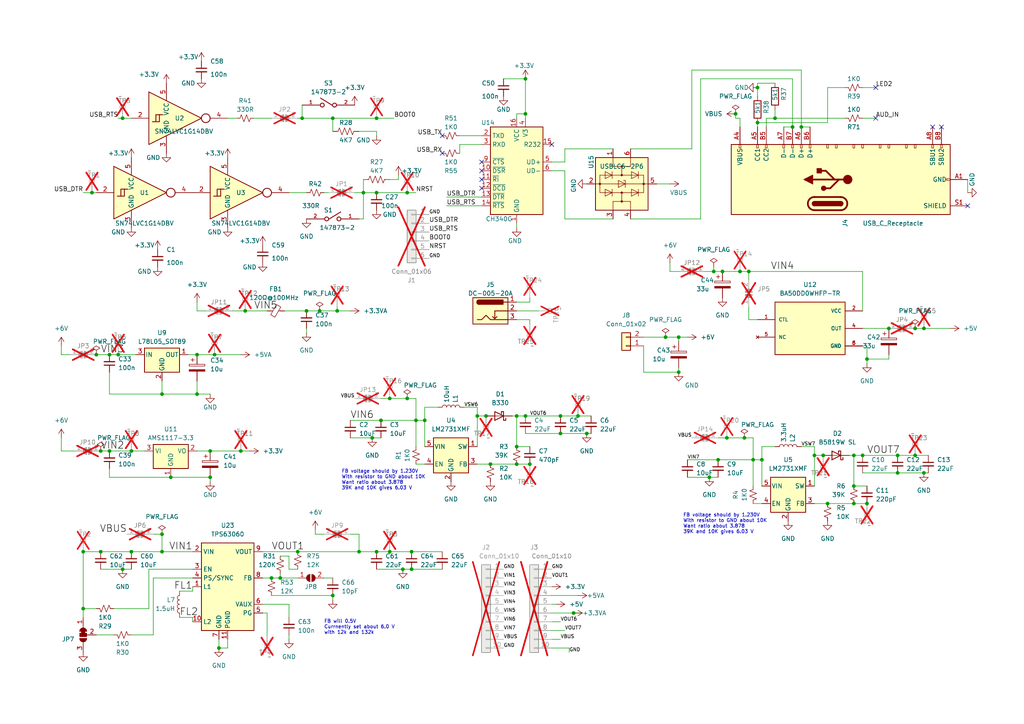
<source format=kicad_sch>
(kicad_sch (version 20230121) (generator eeschema)
  (paper "A4")
  (title_block (title "Clock") (date "2024-01-04") (rev "V9.3") (company "Cullen Jennings"))
  (junction (at 97.79 90.17))
  (junction (at 113.03 115.57))
  (junction (at 247.65 146.05))
  (junction (at 149.86 120.65))
  (junction (at 251.46 146.05))
  (junction (at 86.36 160.02))
  (junction (at 62.23 102.87))
  (junction (at 60.96 138.43))
  (junction (at 214.63 78.74))
  (junction (at 149.86 129.54))
  (junction (at 247.65 132.08))
  (junction (at 120.65 121.92))
  (junction (at 196.85 107.95))
  (junction (at 69.85 130.81))
  (junction (at 81.28 167.64))
  (junction (at 26.67 55.88))
  (junction (at 87.63 34.29))
  (junction (at 109.22 55.88))
  (junction (at 267.97 137.16))
  (junction (at 247.65 140.97))
  (junction (at 166.37 177.8))
  (junction (at 27.94 102.87))
  (junction (at 142.24 134.62))
  (junction (at 224.79 34.29))
  (junction (at 119.38 165.1))
  (junction (at 109.22 160.02))
  (junction (at 219.71 35.56))
  (junction (at 110.49 121.92))
  (junction (at 218.44 133.35))
  (junction (at 29.21 160.02))
  (junction (at 217.17 78.74))
  (junction (at 240.03 146.05))
  (junction (at 24.13 176.53))
  (junction (at 96.52 172.72))
  (junction (at 123.19 121.92))
  (junction (at 24.13 160.02))
  (junction (at 220.98 133.35))
  (junction (at 208.28 133.35))
  (junction (at 207.01 78.74))
  (junction (at 167.64 120.65))
  (junction (at 250.19 132.08))
  (junction (at 260.35 137.16))
  (junction (at 118.11 115.57))
  (junction (at 118.11 55.88))
  (junction (at 229.87 36.83))
  (junction (at 140.97 120.65))
  (junction (at 260.35 132.08))
  (junction (at 153.67 134.62))
  (junction (at 57.15 114.3))
  (junction (at 232.41 36.83))
  (junction (at 162.56 120.65))
  (junction (at 92.71 90.17))
  (junction (at 265.43 95.25))
  (junction (at 38.1 130.81))
  (junction (at 149.86 134.62))
  (junction (at 46.99 114.3))
  (junction (at 29.21 130.81))
  (junction (at 96.52 34.29))
  (junction (at 265.43 132.08))
  (junction (at 213.36 33.02))
  (junction (at 107.95 127))
  (junction (at 205.74 138.43))
  (junction (at 38.1 160.02))
  (junction (at 210.82 127))
  (junction (at 60.96 130.81))
  (junction (at 209.55 78.74))
  (junction (at 63.5 187.96))
  (junction (at 104.14 160.02))
  (junction (at 31.75 102.87))
  (junction (at 251.46 104.14))
  (junction (at 152.4 22.86))
  (junction (at 152.4 33.02))
  (junction (at 105.41 55.88))
  (junction (at 257.81 95.25))
  (junction (at 196.85 97.79))
  (junction (at 193.04 97.79))
  (junction (at 119.38 160.02))
  (junction (at 152.4 120.65))
  (junction (at 57.15 102.87))
  (junction (at 78.74 167.64))
  (junction (at 35.56 165.1))
  (junction (at 34.29 102.87))
  (junction (at 88.9 90.17))
  (junction (at 238.76 132.08))
  (junction (at 138.43 120.65))
  (junction (at 162.56 125.73))
  (junction (at 35.56 34.29))
  (junction (at 116.84 165.1))
  (junction (at 170.18 125.73))
  (junction (at 267.97 95.25))
  (junction (at 46.99 154.94))
  (junction (at 215.9 127))
  (junction (at 219.71 25.4))
  (junction (at 71.12 90.17))
  (junction (at 236.22 132.08))
  (junction (at 109.22 34.29))
  (junction (at 49.53 138.43))
  (junction (at 113.03 160.02))
  (junction (at 31.75 130.81))
  (junction (at 46.99 160.02))
  (no_connect (at 280.67 59.69))
  (no_connect (at 273.05 36.83))
  (no_connect (at 139.7 49.53))
  (no_connect (at 254 34.29))
  (no_connect (at 160.02 41.91))
  (no_connect (at 139.7 46.99))
  (no_connect (at 270.51 36.83))
  (no_connect (at 139.7 52.07))
  (no_connect (at 128.27 39.37))
  (no_connect (at 139.7 54.61))
  (no_connect (at 128.27 44.45))
  (no_connect (at 254 25.4))
  (wire (pts (xy 38.1 160.02) (xy 46.99 160.02)))
  (wire (pts (xy 196.85 106.68) (xy 196.85 107.95)))
  (wire (pts (xy 35.56 34.29) (xy 38.1 34.29)))
  (wire (pts (xy 120.65 115.57) (xy 120.65 121.92)))
  (wire (pts (xy 60.96 138.43) (xy 60.96 139.7)))
  (wire (pts (xy 186.69 107.95) (xy 196.85 107.95)))
  (wire (pts (xy 102.87 55.88) (xy 105.41 55.88)))
  (wire (pts (xy 107.95 127) (xy 110.49 127)))
  (wire (pts (xy 118.11 115.57) (xy 120.65 115.57)))
  (wire (pts (xy 162.56 125.73) (xy 170.18 125.73)))
  (wire (pts (xy 60.96 130.81) (xy 69.85 130.81)))
  (wire (pts (xy 165.1 189.23) (xy 165.1 187.96)))
  (wire (pts (xy 110.49 121.92) (xy 120.65 121.92)))
  (wire (pts (xy 66.04 34.29) (xy 68.58 34.29)))
  (wire (pts (xy 138.43 120.65) (xy 140.97 120.65)))
  (wire (pts (xy 167.64 120.65) (xy 162.56 120.65)))
  (wire (pts (xy 139.7 59.69) (xy 129.54 59.69)))
  (wire (pts (xy 280.67 55.88) (xy 280.67 52.07)))
  (wire (pts (xy 87.63 30.48) (xy 87.63 34.29)))
  (wire (pts (xy 105.41 55.88) (xy 109.22 55.88)))
  (wire (pts (xy 44.45 167.64) (xy 55.88 167.64)))
  (wire (pts (xy 76.2 177.8) (xy 77.47 177.8)))
  (wire (pts (xy 113.03 115.57) (xy 118.11 115.57)))
  (wire (pts (xy 109.22 34.29) (xy 114.3 34.29)))
  (wire (pts (xy 163.83 46.99) (xy 160.02 46.99)))
  (wire (pts (xy 77.47 177.8) (xy 77.47 184.15)))
  (wire (pts (xy 66.04 187.96) (xy 63.5 187.96)))
  (wire (pts (xy 265.43 132.08) (xy 260.35 132.08)))
  (wire (pts (xy 250.19 34.29) (xy 254 34.29)))
  (wire (pts (xy 217.17 78.74) (xy 250.19 78.74)))
  (wire (pts (xy 97.79 88.9) (xy 97.79 90.17)))
  (wire (pts (xy 149.86 120.65) (xy 149.86 129.54)))
  (wire (pts (xy 127 118.11) (xy 123.19 118.11)))
  (wire (pts (xy 57.15 102.87) (xy 62.23 102.87)))
  (wire (pts (xy 204.47 78.74) (xy 207.01 78.74)))
  (wire (pts (xy 76.2 160.02) (xy 86.36 160.02)))
  (wire (pts (xy 186.69 100.33) (xy 186.69 107.95)))
  (wire (pts (xy 24.13 176.53) (xy 24.13 179.07)))
  (wire (pts (xy 93.98 55.88) (xy 95.25 55.88)))
  (wire (pts (xy 17.78 102.87) (xy 17.78 100.33)))
  (wire (pts (xy 149.86 90.17) (xy 156.21 90.17)))
  (wire (pts (xy 26.67 55.88) (xy 27.94 55.88)))
  (wire (pts (xy 34.29 102.87) (xy 39.37 102.87)))
  (wire (pts (xy 152.4 33.02) (xy 149.86 33.02)))
  (wire (pts (xy 83.82 175.26) (xy 83.82 179.07)))
  (wire (pts (xy 86.36 160.02) (xy 104.14 160.02)))
  (wire (pts (xy 92.71 90.17) (xy 97.79 90.17)))
  (wire (pts (xy 199.39 138.43) (xy 205.74 138.43)))
  (wire (pts (xy 104.14 160.02) (xy 109.22 160.02)))
  (wire (pts (xy 88.9 95.25) (xy 88.9 96.52)))
  (wire (pts (xy 269.24 132.08) (xy 265.43 132.08)))
  (wire (pts (xy 128.27 160.02) (xy 119.38 160.02)))
  (wire (pts (xy 251.46 105.41) (xy 251.46 104.14)))
  (wire (pts (xy 138.43 118.11) (xy 138.43 120.65)))
  (wire (pts (xy 82.55 90.17) (xy 88.9 90.17)))
  (wire (pts (xy 218.44 133.35) (xy 218.44 140.97)))
  (wire (pts (xy 224.79 129.54) (xy 220.98 129.54)))
  (wire (pts (xy 133.35 39.37) (xy 139.7 39.37)))
  (wire (pts (xy 133.35 41.91) (xy 133.35 44.45)))
  (wire (pts (xy 101.6 127) (xy 107.95 127)))
  (wire (pts (xy 260.35 137.16) (xy 267.97 137.16)))
  (wire (pts (xy 213.36 33.02) (xy 213.36 34.29)))
  (wire (pts (xy 219.71 27.94) (xy 219.71 25.4)))
  (wire (pts (xy 163.83 43.18) (xy 163.83 46.99)))
  (wire (pts (xy 139.7 57.15) (xy 129.54 57.15)))
  (wire (pts (xy 44.45 154.94) (xy 46.99 154.94)))
  (wire (pts (xy 87.63 34.29) (xy 96.52 34.29)))
  (wire (pts (xy 119.38 165.1) (xy 128.27 165.1)))
  (wire (pts (xy 55.88 171.45) (xy 55.88 170.18)))
  (wire (pts (xy 91.44 153.67) (xy 91.44 154.94)))
  (wire (pts (xy 219.71 24.13) (xy 219.71 25.4)))
  (wire (pts (xy 265.43 95.25) (xy 267.97 95.25)))
  (wire (pts (xy 69.85 130.81) (xy 72.39 130.81)))
  (wire (pts (xy 236.22 129.54) (xy 236.22 132.08)))
  (wire (pts (xy 205.74 138.43) (xy 208.28 138.43)))
  (wire (pts (xy 104.14 63.5) (xy 105.41 63.5)))
  (wire (pts (xy 81.28 166.37) (xy 81.28 167.64)))
  (wire (pts (xy 203.2 63.5) (xy 203.2 22.86)))
  (wire (pts (xy 199.39 133.35) (xy 208.28 133.35)))
  (wire (pts (xy 207.01 77.47) (xy 207.01 78.74)))
  (wire (pts (xy 52.07 171.45) (xy 55.88 171.45)))
  (wire (pts (xy 200.66 43.18) (xy 200.66 20.32)))
  (wire (pts (xy 29.21 165.1) (xy 35.56 165.1)))
  (wire (pts (xy 63.5 185.42) (xy 63.5 187.96)))
  (wire (pts (xy 55.88 165.1) (xy 43.18 165.1)))
  (wire (pts (xy 113.03 52.07) (xy 115.57 52.07)))
  (wire (pts (xy 142.24 134.62) (xy 149.86 134.62)))
  (wire (pts (xy 217.17 78.74) (xy 217.17 81.28)))
  (wire (pts (xy 162.56 180.34) (xy 160.02 180.34)))
  (wire (pts (xy 165.1 187.96) (xy 160.02 187.96)))
  (wire (pts (xy 54.61 102.87) (xy 57.15 102.87)))
  (wire (pts (xy 240.03 35.56) (xy 219.71 35.56)))
  (wire (pts (xy 88.9 90.17) (xy 92.71 90.17)))
  (wire (pts (xy 171.45 120.65) (xy 167.64 120.65)))
  (wire (pts (xy 110.49 115.57) (xy 113.03 115.57)))
  (wire (pts (xy 43.18 165.1) (xy 43.18 176.53)))
  (wire (pts (xy 31.75 130.81) (xy 38.1 130.81)))
  (wire (pts (xy 170.18 125.73) (xy 171.45 125.73)))
  (wire (pts (xy 200.66 20.32) (xy 232.41 20.32)))
  (wire (pts (xy 236.22 132.08) (xy 236.22 140.97)))
  (wire (pts (xy 134.62 118.11) (xy 138.43 118.11)))
  (wire (pts (xy 96.52 34.29) (xy 109.22 34.29)))
  (wire (pts (xy 152.4 125.73) (xy 162.56 125.73)))
  (wire (pts (xy 149.86 92.71) (xy 153.67 92.71)))
  (wire (pts (xy 66.04 185.42) (xy 66.04 187.96)))
  (wire (pts (xy 232.41 129.54) (xy 236.22 129.54)))
  (wire (pts (xy 214.63 34.29) (xy 214.63 36.83)))
  (wire (pts (xy 44.45 184.15) (xy 44.45 167.64)))
  (wire (pts (xy 257.81 104.14) (xy 257.81 102.87)))
  (wire (pts (xy 73.66 34.29) (xy 78.74 34.29)))
  (wire (pts (xy 101.6 121.92) (xy 110.49 121.92)))
  (wire (pts (xy 24.13 160.02) (xy 29.21 160.02)))
  (wire (pts (xy 91.44 154.94) (xy 93.98 154.94)))
  (wire (pts (xy 31.75 114.3) (xy 46.99 114.3)))
  (wire (pts (xy 123.19 118.11) (xy 123.19 121.92)))
  (wire (pts (xy 97.79 90.17) (xy 101.6 90.17)))
  (wire (pts (xy 71.12 90.17) (xy 77.47 90.17)))
  (wire (pts (xy 250.19 132.08) (xy 260.35 132.08)))
  (wire (pts (xy 193.04 97.79) (xy 196.85 97.79)))
  (wire (pts (xy 247.65 140.97) (xy 251.46 140.97)))
  (wire (pts (xy 81.28 167.64) (xy 86.36 167.64)))
  (wire (pts (xy 101.6 154.94) (xy 104.14 154.94)))
  (wire (pts (xy 17.78 130.81) (xy 21.59 130.81)))
  (wire (pts (xy 38.1 130.81) (xy 41.91 130.81)))
  (wire (pts (xy 43.18 176.53) (xy 33.02 176.53)))
  (wire (pts (xy 34.29 34.29) (xy 35.56 34.29)))
  (wire (pts (xy 152.4 22.86) (xy 152.4 33.02)))
  (wire (pts (xy 196.85 97.79) (xy 196.85 99.06)))
  (wire (pts (xy 116.84 165.1) (xy 119.38 165.1)))
  (wire (pts (xy 222.25 34.29) (xy 222.25 36.83)))
  (wire (pts (xy 55.88 179.07) (xy 55.88 180.34)))
  (wire (pts (xy 182.88 43.18) (xy 200.66 43.18)))
  (wire (pts (xy 232.41 20.32) (xy 232.41 36.83)))
  (wire (pts (xy 38.1 184.15) (xy 44.45 184.15)))
  (wire (pts (xy 190.5 53.34) (xy 194.31 53.34)))
  (wire (pts (xy 105.41 63.5) (xy 105.41 55.88)))
  (wire (pts (xy 115.57 52.07) (xy 115.57 50.8)))
  (wire (pts (xy 267.97 137.16) (xy 269.24 137.16)))
  (wire (pts (xy 160.02 172.72) (xy 167.64 172.72)))
  (wire (pts (xy 214.63 78.74) (xy 217.17 78.74)))
  (wire (pts (xy 81.28 167.64) (xy 78.74 167.64)))
  (wire (pts (xy 251.46 100.33) (xy 251.46 104.14)))
  (wire (pts (xy 57.15 130.81) (xy 60.96 130.81)))
  (wire (pts (xy 208.28 127) (xy 210.82 127)))
  (wire (pts (xy 27.94 102.87) (xy 31.75 102.87)))
  (wire (pts (xy 46.99 110.49) (xy 46.99 114.3)))
  (wire (pts (xy 67.31 90.17) (xy 71.12 90.17)))
  (wire (pts (xy 31.75 102.87) (xy 34.29 102.87)))
  (wire (pts (xy 182.88 63.5) (xy 203.2 63.5)))
  (wire (pts (xy 76.2 167.64) (xy 78.74 167.64)))
  (wire (pts (xy 149.86 129.54) (xy 153.67 129.54)))
  (wire (pts (xy 57.15 90.17) (xy 59.69 90.17)))
  (wire (pts (xy 219.71 35.56) (xy 219.71 36.83)))
  (wire (pts (xy 203.2 22.86) (xy 229.87 22.86)))
  (wire (pts (xy 229.87 22.86) (xy 229.87 36.83)))
  (wire (pts (xy 168.91 177.8) (xy 166.37 177.8)))
  (wire (pts (xy 218.44 133.35) (xy 220.98 133.35)))
  (wire (pts (xy 149.86 120.65) (xy 152.4 120.65)))
  (wire (pts (xy 62.23 102.87) (xy 69.85 102.87)))
  (wire (pts (xy 247.65 132.08) (xy 250.19 132.08)))
  (wire (pts (xy 24.13 176.53) (xy 24.13 160.02)))
  (wire (pts (xy 217.17 88.9) (xy 217.17 92.71)))
  (wire (pts (xy 148.59 120.65) (xy 149.86 120.65)))
  (wire (pts (xy 86.36 34.29) (xy 87.63 34.29)))
  (wire (pts (xy 109.22 38.1) (xy 109.22 39.37)))
  (wire (pts (xy 218.44 127) (xy 218.44 133.35)))
  (wire (pts (xy 194.31 78.74) (xy 196.85 78.74)))
  (wire (pts (xy 224.79 24.13) (xy 219.71 24.13)))
  (wire (pts (xy 83.82 161.29) (xy 81.28 161.29)))
  (wire (pts (xy 83.82 184.15) (xy 83.82 185.42)))
  (wire (pts (xy 194.31 76.2) (xy 194.31 78.74)))
  (wire (pts (xy 46.99 160.02) (xy 55.88 160.02)))
  (wire (pts (xy 215.9 127) (xy 218.44 127)))
  (wire (pts (xy 251.46 100.33) (xy 250.19 100.33)))
  (wire (pts (xy 123.19 121.92) (xy 123.19 129.54)))
  (wire (pts (xy 31.75 107.95) (xy 31.75 114.3)))
  (wire (pts (xy 207.01 78.74) (xy 209.55 78.74)))
  (wire (pts (xy 57.15 110.49) (xy 57.15 114.3)))
  (wire (pts (xy 57.15 114.3) (xy 46.99 114.3)))
  (wire (pts (xy 104.14 38.1) (xy 109.22 38.1)))
  (wire (pts (xy 160.02 175.26) (xy 161.29 175.26)))
  (wire (pts (xy 160.02 49.53) (xy 163.83 49.53)))
  (wire (pts (xy 213.36 34.29) (xy 214.63 34.29)))
  (wire (pts (xy 78.74 172.72) (xy 96.52 172.72)))
  (wire (pts (xy 31.75 135.89) (xy 31.75 138.43)))
  (wire (pts (xy 236.22 132.08) (xy 238.76 132.08)))
  (wire (pts (xy 29.21 160.02) (xy 38.1 160.02)))
  (wire (pts (xy 250.19 25.4) (xy 254 25.4)))
  (wire (pts (xy 83.82 165.1) (xy 83.82 161.29)))
  (wire (pts (xy 138.43 120.65) (xy 138.43 129.54)))
  (wire (pts (xy 250.19 137.16) (xy 260.35 137.16)))
  (wire (pts (xy 152.4 22.86) (xy 146.05 22.86)))
  (wire (pts (xy 93.98 167.64) (xy 96.52 167.64)))
  (wire (pts (xy 240.03 25.4) (xy 240.03 35.56)))
  (wire (pts (xy 224.79 34.29) (xy 222.25 34.29)))
  (wire (pts (xy 247.65 132.08) (xy 247.65 140.97)))
  (wire (pts (xy 109.22 160.02) (xy 113.03 160.02)))
  (wire (pts (xy 177.8 43.18) (xy 163.83 43.18)))
  (wire (pts (xy 49.53 138.43) (xy 60.96 138.43)))
  (wire (pts (xy 149.86 33.02) (xy 149.86 34.29)))
  (wire (pts (xy 120.65 121.92) (xy 120.65 129.54)))
  (wire (pts (xy 229.87 36.83) (xy 227.33 36.83)))
  (wire (pts (xy 208.28 133.35) (xy 218.44 133.35)))
  (wire (pts (xy 29.21 130.81) (xy 31.75 130.81)))
  (wire (pts (xy 139.7 41.91) (xy 133.35 41.91)))
  (wire (pts (xy 163.83 49.53) (xy 163.83 63.5)))
  (wire (pts (xy 153.67 87.63) (xy 153.67 86.36)))
  (wire (pts (xy 83.82 55.88) (xy 88.9 55.88)))
  (wire (pts (xy 149.86 87.63) (xy 153.67 87.63)))
  (wire (pts (xy 52.07 179.07) (xy 55.88 179.07)))
  (wire (pts (xy 76.2 175.26) (xy 83.82 175.26)))
  (wire (pts (xy 218.44 146.05) (xy 220.98 146.05)))
  (wire (pts (xy 46.99 154.94) (xy 46.99 160.02)))
  (wire (pts (xy 113.03 160.02) (xy 119.38 160.02)))
  (wire (pts (xy 149.86 134.62) (xy 153.67 134.62)))
  (wire (pts (xy 149.86 64.77) (xy 149.86 66.04)))
  (wire (pts (xy 118.11 55.88) (xy 120.65 55.88)))
  (wire (pts (xy 57.15 87.63) (xy 57.15 90.17)))
  (wire (pts (xy 138.43 134.62) (xy 142.24 134.62)))
  (wire (pts (xy 240.03 146.05) (xy 247.65 146.05)))
  (wire (pts (xy 105.41 52.07) (xy 105.41 55.88)))
  (wire (pts (xy 109.22 165.1) (xy 116.84 165.1)))
  (wire (pts (xy 17.78 127) (xy 17.78 130.81)))
  (wire (pts (xy 104.14 154.94) (xy 104.14 160.02)))
  (wire (pts (xy 186.69 97.79) (xy 193.04 97.79)))
  (wire (pts (xy 27.94 176.53) (xy 24.13 176.53)))
  (wire (pts (xy 27.94 184.15) (xy 33.02 184.15)))
  (wire (pts (xy 251.46 104.14) (xy 257.81 104.14)))
  (wire (pts (xy 20.32 102.87) (xy 17.78 102.87)))
  (wire (pts (xy 209.55 78.74) (xy 214.63 78.74)))
  (wire (pts (xy 224.79 31.75) (xy 224.79 34.29)))
  (wire (pts (xy 236.22 146.05) (xy 240.03 146.05)))
  (wire (pts (xy 166.37 177.8) (xy 160.02 177.8)))
  (wire (pts (xy 245.11 25.4) (xy 240.03 25.4)))
  (wire (pts (xy 234.95 36.83) (xy 232.41 36.83)))
  (wire (pts (xy 199.39 97.79) (xy 196.85 97.79)))
  (wire (pts (xy 96.52 34.29) (xy 96.52 38.1)))
  (wire (pts (xy 152.4 120.65) (xy 162.56 120.65)))
  (wire (pts (xy 120.65 121.92) (xy 123.19 121.92)))
  (wire (pts (xy 60.96 114.3) (xy 57.15 114.3)))
  (wire (pts (xy 120.65 134.62) (xy 123.19 134.62)))
  (wire (pts (xy 275.59 95.25) (xy 267.97 95.25)))
  (wire (pts (xy 35.56 165.1) (xy 38.1 165.1)))
  (wire (pts (xy 109.22 55.88) (xy 118.11 55.88)))
  (wire (pts (xy 250.19 95.25) (xy 257.81 95.25)))
  (wire (pts (xy 250.19 78.74) (xy 250.19 90.17)))
  (wire (pts (xy 153.67 92.71) (xy 153.67 93.98)))
  (wire (pts (xy 224.79 34.29) (xy 245.11 34.29)))
  (wire (pts (xy 86.36 165.1) (xy 83.82 165.1)))
  (wire (pts (xy 220.98 129.54) (xy 220.98 133.35)))
  (wire (pts (xy 152.4 33.02) (xy 152.4 34.29)))
  (wire (pts (xy 217.17 92.71) (xy 219.71 92.71)))
  (wire (pts (xy 162.56 185.42) (xy 160.02 185.42)))
  (wire (pts (xy 163.83 63.5) (xy 177.8 63.5)))
  (wire (pts (xy 220.98 133.35) (xy 220.98 140.97)))
  (wire (pts (xy 210.82 127) (xy 215.9 127)))
  (wire (pts (xy 246.38 132.08) (xy 247.65 132.08)))
  (wire (pts (xy 96.52 172.72) (xy 96.52 173.99)))
  (wire (pts (xy 163.83 182.88) (xy 160.02 182.88)))
  (wire (pts (xy 247.65 146.05) (xy 251.46 146.05)))
  (wire (pts (xy 24.13 55.88) (xy 26.67 55.88)))
  (wire (pts (xy 31.75 138.43) (xy 49.53 138.43)))
  (text "FB voltage should by 1.230V \nWith resistor to GND about 10K \nWant ratio about 3.878\n39K and 10K gives 6.03 V\n" (at 99.06 142.24 0) (effects (font (size 1 1)) (justify left bottom)))
  (text "FB will 0.5V \nCurrnently set about 6.0 V \nwith 12k and 132k " (at 93.98 184.15 0) (effects (font (size 1 1)) (justify left bottom)))
  (text "FB voltage should by 1.230V \nWith resistor to GND about 10K \nWant ratio about 3.878\n39K and 10K gives 6.03 V\n" (at 198.12 154.94 0) (effects (font (size 1 1)) (justify left bottom)))
  (label "GND" (at 165.1 189.23 0) (effects (font (size 1 1))))
  (label "VOUT7" (at 251.46 132.08 0) (effects (font (size 2 2))))
  (label "VIN6" (at 146.05 180.34 0) (effects (font (size 1 1))))
  (label "VOUT1" (at 160.02 167.64 0) (effects (font (size 1 1))))
  (label "USB_DTR" (at 124.46 64.77 0))
  (label "VIN7" (at 146.05 182.88 0) (effects (font (size 1 1))))
  (label "VIN4" (at 223.52 78.74 0) (effects (font (size 2 2))))
  (label "VIN5" (at 73.66 90.17 0) (effects (font (size 2 2))))
  (label "GND" (at 124.46 74.93 0) (effects (font (size 1 1))))
  (label "USB_TX" (at 128.27 39.37 180))
  (label "AUD_IN" (at 254 34.29 0))
  (label "USB_DTR" (at 24.13 55.88 180))
  (label "GND" (at 124.46 62.23 0) (effects (font (size 1 1))))
  (label "VOUT7" (at 163.83 182.88 0) (effects (font (size 1 1))))
  (label "USB_RTS" (at 124.46 67.31 0))
  (label "GND" (at 146.05 165.1 0) (effects (font (size 1 1))))
  (label "VIN3" (at 29.21 102.87 0) (effects (font (size 2 2))))
  (label "FL1" (at 55.88 171.45 180) (effects (font (size 2 2))))
  (label "FL2" (at 52.07 179.07 0) (effects (font (size 2 2))))
  (label "LED2" (at 254 25.4 0))
  (label "GND" (at 160.02 165.1 0) (effects (font (size 1 1))))
  (label "USB_DTR" (at 129.54 57.15 0))
  (label "VOUT6" (at 162.56 180.34 0) (effects (font (size 1 1))))
  (label "BOOT0" (at 124.46 69.85 0))
  (label "VOUT1" (at 78.74 160.02 0) (effects (font (size 2 2))))
  (label "VOUT6" (at 153.67 120.65 0) (effects (font (size 1 1))))
  (label "GND" (at 146.05 187.96 0) (effects (font (size 1 1))))
  (label "VIN6" (at 101.6 121.92 0) (effects (font (size 2 2))))
  (label "VBUS" (at 162.56 185.42 0) (effects (font (size 1 1))))
  (label "VBUS" (at 36.83 154.94 180) (effects (font (size 2 2))))
  (label "NRST" (at 124.46 72.39 0))
  (label "USB_RTS" (at 129.54 59.69 0))
  (label "USB_RTS" (at 34.29 34.29 180))
  (label "VIN2" (at 29.21 130.81 0) (effects (font (size 2 2))))
  (label "VSW7" (at 232.41 129.54 0) (effects (font (size 1 1))))
  (label "BOOT0" (at 114.3 34.29 0))
  (label "VSW6" (at 134.62 118.11 0) (effects (font (size 1 1))))
  (label "NRST" (at 120.65 55.88 0))
  (label "VIN7" (at 199.39 133.35 0) (effects (font (size 1 1))))
  (label "VIN3" (at 146.05 172.72 0) (effects (font (size 1 1))))
  (label "VBUS" (at 200.66 127 180) (effects (font (size 1 1))))
  (label "VIN5" (at 146.05 177.8 0) (effects (font (size 1 1))))
  (label "VBUS" (at 102.87 115.57 180) (effects (font (size 1 1))))
  (label "VIN1" (at 55.88 160.02 180) (effects (font (size 2 2))))
  (label "VIN1" (at 146.05 167.64 0) (effects (font (size 1 1))))
  (label "VIN2" (at 146.05 170.18 0) (effects (font (size 1 1))))
  (label "VBUS" (at 146.05 185.42 0) (effects (font (size 1 1))))
  (label "VIN4" (at 146.05 175.26 0) (effects (font (size 1 1))))
  (label "USB_RX" (at 128.27 44.45 180))
  (symbol (lib_id "power:+5V") (at 275.59 95.25 270) (unit 1)
    (property "Reference" "#PWR039" (effects hide))
    (property "Value" "+5V" (at 279.4 95.25 90) (effects (justify left)))
  )
  (symbol (lib_id "Jumper:SolderJumper_2_Bridged") (at 97.79 154.94 180) (unit 1) (in_bom no) (dnp yes)
    (property "Reference" "JP9" (at 97.79 152.4 0))
    (property "Value" "SolderJumper_2_Bridged" (effects hide))
    (property "Footprint" "Jumper:SolderJumper-2_P1.3mm_Bridged2Bar_RoundedPad1.0x1.5mm" (effects hide))
  )
  (symbol (lib_id "power:GND") (at 109.22 60.96 0) (mirror y) (unit 1)
    (property "Reference" "#PWR012" (effects hide))
    (property "Value" "GND" (at 113.03 62.23 0))
  )
  (symbol (lib_id "power:GND") (at 267.97 137.16 0) (unit 1)
    (property "Reference" "#PWR021" (effects hide))
    (property "Value" "GND" (at 267.97 142.24 0))
  )
  (symbol (lib_id "power:PWR_FLAG") (at 207.01 77.47 0) (unit 1)
    (property "Reference" "#FLG010" (effects hide))
    (property "Value" "PWR_FLAG" (at 207.01 72.39 0))
  )
  (symbol (lib_id "Device:R_US") (at 109.22 52.07 270) (unit 1)
    (property "Reference" "R27" (at 109.22 46.99 90))
    (property "Value" "4K7" (at 109.22 49.53 90))
    (property "Footprint" "Resistor_SMD:R_0603_1608Metric" (effects hide))
    (property "JLCPCB Part #" "C23162" (effects hide))
  )
  (symbol (lib_id "Jumper:SolderJumper_2_Bridged") (at 63.5 90.17 0) (unit 1) (in_bom no) (dnp yes)
    (property "Reference" "JP11" (at 63.5 87.63 0))
    (property "Value" "SolderJumper_2_Bridged" (effects hide))
    (property "Footprint" "Jumper:SolderJumper-2_P1.3mm_Bridged2Bar_RoundedPad1.0x1.5mm" (effects hide))
  )
  (symbol (lib_id "power:+3.3V") (at 48.26 24.13 0) (unit 1)
    (property "Reference" "#PWR0137" (effects hide))
    (property "Value" "+3.3V" (at 43.18 21.59 0))
  )
  (symbol (lib_id "Device:C_Small") (at 29.21 162.56 0) (unit 1)
    (property "Reference" "C62" (at 31.75 161.2963 0) (effects (justify left)))
    (property "Value" "10uF" (at 31.75 163.8363 0) (effects (justify left)))
    (property "Footprint" "Capacitor_SMD:C_0603_1608Metric" (effects hide))
    (property "JLCPCB Part #" "C96446" (effects hide))
  )
  (symbol (lib_id "Connector:TestPoint") (at 113.03 160.02 0) (unit 1) (in_bom no) (dnp yes)
    (property "Reference" "TP3" (at 111.76 154.94 0) (effects (justify left)))
    (property "Value" "~" (at 111.76 153.67 0) (effects (justify left)))
    (property "Footprint" "TestPoint:TestPoint_THTPad_D1.5mm_Drill0.7mm" (effects hide))
  )
  (symbol (lib_id "74xGxx:SN74LVC1G14DBV") (at 66.04 55.88 0) (unit 1)
    (property "Reference" "U3" (at 69.85 55.88 0))
    (property "Value" "SN74LVC1G14DBV" (at 69.85 64.77 0))
    (property "Footprint" "Package_TO_SOT_SMD:SOT-23-5" (effects hide))
    (property "Datasheet" "http://www.ti.com/lit/ds/symlink/sn74lvc1g14.pdf" (effects hide))
    (property "JLCPCB Rotation Offset" "180" (effects hide))
    (property "JLCPCB Part #" "C133145" (effects hide))
  )
  (symbol (lib_id "Device:C_Small") (at 171.45 123.19 0) (unit 1)
    (property "Reference" "C6" (at 173.99 121.9263 0) (effects (justify left)))
    (property "Value" "22uF" (at 173.99 124.4663 0) (effects (justify left)))
    (property "Footprint" "Capacitor_SMD:C_0805_2012Metric" (effects hide))
    (property "JLCPCB Part #" "C45783" (effects hide))
  )
  (symbol (lib_id "power:PWR_FLAG") (at 265.43 95.25 0) (unit 1)
    (property "Reference" "#FLG05" (effects hide))
    (property "Value" "PWR_FLAG" (at 265.43 90.17 0))
  )
  (symbol (lib_id "Jumper:SolderJumper_2_Bridged") (at 25.4 130.81 0) (unit 1) (in_bom no) (dnp yes)
    (property "Reference" "JP10" (at 25.4 128.27 0))
    (property "Value" "SolderJumper_2_Bridged" (effects hide))
    (property "Footprint" "Jumper:SolderJumper-2_P1.3mm_Bridged2Bar_RoundedPad1.0x1.5mm" (effects hide))
  )
  (symbol (lib_id "power:GND") (at 96.52 173.99 0) (unit 1)
    (property "Reference" "#PWR0115" (effects hide))
    (property "Value" "GND" (effects hide))
  )
  (symbol (lib_id "BlinkyShared:BA50DD0WHFP-TR") (at 234.95 95.25 0) (unit 1)
    (property "Reference" "U12" (at 234.95 82.55 0))
    (property "Value" "BA50DD0WHFP-TR" (at 234.95 85.09 0))
    (property "Footprint" "DPAK172P1054X200-6N" (effects hide))
    (property "Datasheet" "https://jlcpcb.com/partdetail/RohmSemicon-BA50DD0WHFPTR/C509718#:~:text=Datasheet-,Download,-Source" (effects hide))
    (property "PARTREV" "003" (effects hide))
    (property "MANUFACTURER" "Rohm Semiconductor" (effects hide))
    (property "MAXIMUM_PACKAGE_HEIGHT" "2.005 mm" (effects hide))
    (property "STANDARD" "IPC 7351B" (effects hide))
    (property "JLCPCB Position Offset" "-1.5,0" (effects hide))
    (property "JLCPCB Part #" "C509718" (effects hide))
  )
  (symbol (lib_id "power:+3.3V") (at 66.04 45.72 0) (unit 1)
    (property "Reference" "#PWR0138" (effects hide))
    (property "Value" "+3.3V" (at 62.23 44.45 0))
  )
  (symbol (lib_id "Device:R_Small_US") (at 30.48 176.53 90) (mirror x) (unit 1)
    (property "Reference" "R29" (at 30.48 181.61 90))
    (property "Value" "1K0" (at 30.48 179.07 90))
    (property "Footprint" "Resistor_SMD:R_0603_1608Metric" (effects hide))
    (property "JLCPCB Part #" "C21190" (effects hide))
  )
  (symbol (lib_id "Device:C_Small") (at 76.2 73.66 0) (unit 1)
    (property "Reference" "C59" (at 78.74 71.12 0) (effects (justify left)))
    (property "Value" "100n" (at 78.74 74.93 0) (effects (justify left)))
    (property "Footprint" "Capacitor_SMD:C_0402_1005Metric" (effects hide))
    (property "JLCPCB Part #" "C307331" (effects hide))
  )
  (symbol (lib_id "power:+3.3V") (at 58.42 17.78 0) (unit 1)
    (property "Reference" "#PWR0141" (effects hide))
    (property "Value" "+3.3V" (at 54.61 16.51 0))
  )
  (symbol (lib_id "Jumper:SolderJumper_2_Bridged") (at 24.13 102.87 0) (unit 1) (in_bom no) (dnp yes)
    (property "Reference" "JP3" (at 24.13 100.33 0))
    (property "Value" "SolderJumper_2_Bridged" (effects hide))
    (property "Footprint" "Jumper:SolderJumper-2_P1.3mm_Bridged2Bar_RoundedPad1.0x1.5mm" (effects hide))
  )
  (symbol (lib_id "power:GND") (at 240.03 151.13 0) (unit 1)
    (property "Reference" "#PWR019" (effects hide))
    (property "Value" "GND" (at 240.03 156.21 0))
  )
  (symbol (lib_id "Jumper:SolderJumper_2_Bridged") (at 106.68 115.57 0) (unit 1) (in_bom no) (dnp yes)
    (property "Reference" "JP13" (at 106.68 113.03 0))
    (property "Value" "SolderJumper_2_Bridged" (effects hide))
    (property "Footprint" "Jumper:SolderJumper-2_P1.3mm_Bridged2Bar_RoundedPad1.0x1.5mm" (effects hide))
  )
  (symbol (lib_id "74xGxx:SN74LVC1G14DBV") (at 38.1 55.88 0) (unit 1)
    (property "Reference" "U1" (at 41.91 55.88 0))
    (property "Value" "SN74LVC1G14DBV" (at 41.91 64.77 0))
    (property "Footprint" "Package_TO_SOT_SMD:SOT-23-5" (effects hide))
    (property "Datasheet" "http://www.ti.com/lit/ds/symlink/sn74lvc1g14.pdf" (effects hide))
    (property "JLCPCB Rotation Offset" "180" (effects hide))
    (property "JLCPCB Part #" "C133145" (effects hide))
  )
  (symbol (lib_id "Jumper:SolderJumper_2_Bridged") (at 204.47 127 0) (unit 1) (in_bom no) (dnp yes)
    (property "Reference" "JP14" (at 204.47 124.46 0))
    (property "Value" "SolderJumper_2_Bridged" (effects hide))
    (property "Footprint" "Jumper:SolderJumper-2_P1.3mm_Bridged2Bar_RoundedPad1.0x1.5mm" (effects hide))
  )
  (symbol (lib_id "Device:R_Small_US") (at 35.56 184.15 90) (mirror x) (unit 1)
    (property "Reference" "R30" (at 35.56 189.23 90))
    (property "Value" "1K0" (at 35.56 186.69 90))
    (property "Footprint" "Resistor_SMD:R_0603_1608Metric" (effects hide))
    (property "JLCPCB Part #" "C21190" (effects hide))
  )
  (symbol (lib_id "power:GND") (at 228.6 151.13 0) (unit 1)
    (property "Reference" "#PWR018" (effects hide))
    (property "Value" "GND" (at 228.6 156.21 0))
  )
  (symbol (lib_id "power:+5V") (at 161.29 175.26 270) (unit 1)
    (property "Reference" "#PWR024" (effects hide))
    (property "Value" "+5V" (at 165.1 175.26 90) (effects (justify left)))
  )
  (symbol (lib_id "power:GND") (at 219.71 25.4 270) (unit 1)
    (property "Reference" "#PWR074" (effects hide))
    (property "Value" "GND" (at 217.17 25.4 90) (effects (justify right)))
  )
  (symbol (lib_id "power:GND") (at 251.46 105.41 0) (unit 1)
    (property "Reference" "#PWR044" (effects hide))
    (property "Value" "GND" (at 251.46 110.49 0))
  )
  (symbol (lib_id "power:GND") (at 109.22 39.37 0) (unit 1)
    (property "Reference" "#PWR013" (effects hide))
    (property "Value" "GND" (at 105.41 40.64 0))
  )
  (symbol (lib_id "Device:C_Small") (at 38.1 162.56 0) (unit 1)
    (property "Reference" "C60" (at 40.64 161.2963 0) (effects (justify left)))
    (property "Value" "10uF" (at 40.64 163.8363 0) (effects (justify left)))
    (property "Footprint" "Capacitor_SMD:C_0603_1608Metric" (effects hide))
    (property "JLCPCB Part #" "C96446" (effects hide))
  )
  (symbol (lib_id "power:+3.3VA") (at 166.37 177.8 270) (unit 1)
    (property "Reference" "#PWR025" (effects hide))
    (property "Value" "+3.3VA" (at 168.91 177.8 90) (effects (justify left)))
  )
  (symbol (lib_id "power:GND") (at 116.84 165.1 0) (unit 1)
    (property "Reference" "#PWR015" (effects hide))
    (property "Value" "GND" (at 116.84 170.18 0))
  )
  (symbol (lib_id "Connector:TestPoint") (at 238.76 132.08 180) (unit 1) (in_bom no) (dnp yes)
    (property "Reference" "TP21" (at 240.03 137.16 0) (effects (justify left)))
    (property "Value" "~" (at 240.03 138.43 0) (effects (justify left)))
    (property "Footprint" "TestPoint:TestPoint_THTPad_D1.5mm_Drill0.7mm" (effects hide))
  )
  (symbol (lib_id "Regulator_Switching:TPS63060") (at 66.04 170.18 0) (unit 1)
    (property "Reference" "U23" (at 66.04 152.4 0))
    (property "Value" "TPS63060" (at 66.04 154.94 0))
    (property "Footprint" "Package_SON:Texas_S-PWSON-N10_ThermalVias" (effects hide))
    (property "Datasheet" "http://www.ti.com/lit/ds/symlink/tps63060.pdf" (effects hide))
    (property "JLCPCB Part #" "C48567" (effects hide))
  )
  (symbol (lib_id "power:GND") (at 83.82 185.42 0) (unit 1)
    (property "Reference" "#PWR092" (effects hide))
    (property "Value" "GND" (at 83.82 190.5 0))
  )
  (symbol (lib_id "Connector:TestPoint") (at 35.56 34.29 0) (unit 1) (in_bom no) (dnp yes)
    (property "Reference" "TP5" (at 34.29 29.21 0) (effects (justify left)))
    (property "Value" "~" (at 34.29 27.94 0) (effects (justify left)))
    (property "Footprint" "TestPoint:TestPoint_THTPad_D1.5mm_Drill0.7mm" (effects hide))
  )
  (symbol (lib_id "power:GND") (at 63.5 187.96 0) (unit 1)
    (property "Reference" "#PWR076" (effects hide))
    (property "Value" "GND" (at 63.5 193.04 0))
  )
  (symbol (lib_id "Device:C_Small") (at 153.67 132.08 0) (unit 1)
    (property "Reference" "C7" (at 156.21 130.8163 0) (effects (justify left)))
    (property "Value" "470pF" (at 156.21 133.3563 0) (effects (justify left)))
    (property "Footprint" "Capacitor_SMD:C_0603_1608Metric" (effects hide))
    (property "JLCPCB Part #" "C1620" (effects hide))
  )
  (symbol (lib_id "Device:L") (at 228.6 129.54 270) (mirror x) (unit 1)
    (property "Reference" "L2" (at 229.87 128.27 0) (effects (justify left)))
    (property "Value" "3.3uH" (at 227.33 128.27 0) (effects (justify left)))
    (property "Footprint" "Inductor_SMD:L_Coilcraft_XAL4020-XXX" (effects hide))
    (property "JLCPCB Part #" "C19191633" (effects hide))
    (property "MPN" "XFL4020-332MEC" (effects hide))
    (property "MANUFACTURER" "Coilcraft" (effects hide))
  )
  (symbol (lib_id "power:GND") (at 130.81 139.7 0) (unit 1)
    (property "Reference" "#PWR09" (effects hide))
    (property "Value" "GND" (at 130.81 144.78 0))
  )
  (symbol (lib_id "power:GND") (at 88.9 96.52 0) (unit 1)
    (property "Reference" "#PWR053" (effects hide))
    (property "Value" "GND" (at 88.9 101.6 0))
  )
  (symbol (lib_id "power:+3.3V") (at 57.15 87.63 0) (unit 1)
    (property "Reference" "#PWR01" (effects hide))
    (property "Value" "+3.3V" (at 57.15 82.55 0))
  )
  (symbol (lib_id "Device:R") (at 224.79 27.94 0) (unit 1)
    (property "Reference" "R37" (at 227.33 29.21 90) (effects (justify left)))
    (property "Value" "5k1" (at 224.79 29.21 90) (effects (justify left)))
    (property "Footprint" "Resistor_SMD:R_0603_1608Metric" (effects hide))
    (property "JLCPCB Part #" "C23186" (effects hide))
  )
  (symbol (lib_id "Connector_Generic:Conn_01x10") (at 154.94 175.26 0) (mirror y) (unit 1) (in_bom no) (dnp yes)
    (property "Reference" "J3" (at 154.94 158.75 0))
    (property "Value" "Conn_01x10" (at 160.02 161.29 0))
    (property "Footprint" "Connector_PinHeader_2.54mm:PinHeader_1x10_P2.54mm_Vertical" (effects hide))
  )
  (symbol (lib_id "Jumper:SolderJumper_2_Open") (at 90.17 167.64 0) (unit 1) (in_bom no)
    (property "Reference" "JP8" (at 90.17 170.18 0))
    (property "Value" "SolderJumper_2_Open" (effects hide))
    (property "Footprint" "Jumper:SolderJumper-2_P1.3mm_Open_RoundedPad1.0x1.5mm" (effects hide))
  )
  (symbol (lib_id "Connector:TestPoint") (at 118.11 55.88 0) (unit 1) (in_bom no) (dnp yes)
    (property "Reference" "TP10" (at 116.84 50.8 0) (effects (justify left)))
    (property "Value" "~" (at 116.84 49.53 0) (effects (justify left)))
    (property "Footprint" "TestPoint:TestPoint_THTPad_D1.5mm_Drill0.7mm" (effects hide))
  )
  (symbol (lib_id "power:PWR_FLAG") (at 118.11 115.57 0) (unit 1)
    (property "Reference" "#FLG03" (effects hide))
    (property "Value" "PWR_FLAG" (at 121.92 111.76 0))
  )
  (symbol (lib_id "Connector:Barrel_Jack_Switch_Pin3Ring") (at 142.24 90.17 0) (unit 1)
    (property "Reference" "J5" (at 142.24 82.55 0))
    (property "Value" "DC-005-20A" (at 142.24 85.09 0))
    (property "Footprint" "Connector_BarrelJack:BarrelJack_Horizontal" (effects hide))
    (property "JLCPCB Part #" "C136744" (effects hide))
    (property "MANUFACTURER" "Korean Hroparts Elec" (effects hide))
  )
  (symbol (lib_id "Connector_Generic:Conn_01x10") (at 140.97 175.26 0) (mirror y) (unit 1) (in_bom no) (dnp yes)
    (property "Reference" "J2" (at 140.97 158.75 0))
    (property "Value" "Conn_01x10" (at 144.78 161.29 0))
    (property "Footprint" "Connector_PinHeader_2.54mm:PinHeader_1x10_P2.54mm_Vertical" (effects hide))
  )
  (symbol (lib_id "Jumper:SolderJumper_2_Bridged") (at 82.55 34.29 0) (unit 1) (in_bom no) (dnp yes)
    (property "Reference" "JP2" (at 82.55 31.75 0))
    (property "Value" "SolderJumper_2_Bridged" (effects hide))
    (property "Footprint" "Jumper:SolderJumper-2_P1.3mm_Bridged2Bar_RoundedPad1.0x1.5mm" (effects hide))
  )
  (symbol (lib_id "Device:C_Polarized") (at 209.55 82.55 0) (unit 1)
    (property "Reference" "C44" (at 203.2 81.28 0) (effects (justify left)))
    (property "Value" "33u" (at 201.93 83.82 0) (effects (justify left)))
    (property "Footprint" "Capacitor_Tantalum_SMD:CP_EIA-3528-21_Kemet-B" (effects hide))
    (property "JLCPCB Part #" "C128342" (effects hide))
  )
  (symbol (lib_id "Regulator_Switching:LM2731XMF") (at 130.81 132.08 0) (unit 1)
    (property "Reference" "U4" (at 130.81 121.92 0))
    (property "Value" "LM2731XMF" (at 130.81 124.46 0))
    (property "Footprint" "Package_TO_SOT_SMD:SOT-23-5" (effects hide))
    (property "Datasheet" "http://www.ti.com/lit/ds/symlink/lm2731.pdf" (effects hide))
    (property "MPN" "LM2731XMFX/NOPB" (effects hide))
    (property "Manufacturer" "Texas Instruments" (effects hide))
    (property "JLCPCB Part #" "C485804" (effects hide))
  )
  (symbol (lib_id "power:PWR_FLAG") (at 215.9 127 0) (unit 1)
    (property "Reference" "#FLG07" (effects hide))
    (property "Value" "PWR_FLAG" (at 219.71 123.19 0))
  )
  (symbol (lib_id "Connector:TestPoint") (at 153.67 93.98 180) (unit 1) (in_bom no) (dnp yes)
    (property "Reference" "TP25" (at 154.94 99.06 0) (effects (justify left)))
    (property "Value" "~" (at 154.94 100.33 0) (effects (justify left)))
    (property "Footprint" "TestPoint:TestPoint_THTPad_D1.5mm_Drill0.7mm" (effects hide))
  )
  (symbol (lib_id "power:GND") (at 170.18 125.73 0) (unit 1)
    (property "Reference" "#PWR014" (effects hide))
    (property "Value" "GND" (at 170.18 130.81 0))
  )
  (symbol (lib_id "Connector:TestPoint") (at 267.97 95.25 0) (unit 1) (in_bom no) (dnp yes)
    (property "Reference" "TP15" (at 266.7 90.17 0) (effects (justify left)))
    (property "Value" "~" (at 266.7 88.9 0) (effects (justify left)))
    (property "Footprint" "TestPoint:TestPoint_THTPad_D1.5mm_Drill0.7mm" (effects hide))
  )
  (symbol (lib_id "BlinkyShared:147873-2") (at 95.25 30.48 0) (unit 1)
    (property "Reference" "S3" (at 95.25 24.13 0))
    (property "Value" "147873-2" (at 95.25 26.67 0))
    (property "Footprint" "SW_147873-2" (effects hide))
    (property "Comment" "147873-2" (effects hide))
    (property "Contact_Current_Rating" "50 mA" (effects hide))
    (property "Configuration_Pole-Throw" "Single Pole - Single Throw" (effects hide))
    (property "JLCPCB Part #" "C266189" (effects hide))
  )
  (symbol (lib_id "Device:R_Small_US") (at 218.44 143.51 0) (mirror y) (unit 1)
    (property "Reference" "R4" (at 213.36 143.51 90))
    (property "Value" "1K0" (at 215.9 143.51 90))
    (property "Footprint" "Resistor_SMD:R_0603_1608Metric" (effects hide))
    (property "JLCPCB Part #" "C21190" (effects hide))
  )
  (symbol (lib_id "BlinkyShared:USB_C_Receptacle") (at 240.03 52.07 90) (unit 1)
    (property "Reference" "J4" (at 245.11 63.5 0) (effects (justify right)))
    (property "Value" "USB_C_Receptacle" (at 250.19 64.77 90) (effects (justify right)))
    (property "Footprint" "Connector_USB:USB_C_Receptacle_HRO_TYPE-C-31-M-12" (effects hide))
    (property "Datasheet" "https://www.usb.org/sites/default/files/documents/usb_type-c.zip" (effects hide))
    (property "JLCPCB Part #" "C165948" (effects hide))
    (property "JLCPCB Position Offset" "0,1.1" (effects hide))
  )
  (symbol (lib_id "Device:C_Small") (at 31.75 105.41 180) (unit 1)
    (property "Reference" "C33" (at 34.29 104.1336 0) (effects (justify right)))
    (property "Value" "100n" (at 34.29 106.6736 0) (effects (justify right)))
    (property "Footprint" "Capacitor_SMD:C_0402_1005Metric" (effects hide))
    (property "JLCPCB Part #" "C307331" (effects hide))
  )
  (symbol (lib_id "Connector:TestPoint") (at 34.29 102.87 0) (unit 1) (in_bom no) (dnp yes)
    (property "Reference" "TP6" (at 33.02 97.79 0) (effects (justify left)))
    (property "Value" "~" (at 33.02 96.52 0) (effects (justify left)))
    (property "Footprint" "TestPoint:TestPoint_THTPad_D1.5mm_Drill0.7mm" (effects hide))
  )
  (symbol (lib_id "Device:C_Small") (at 101.6 124.46 0) (unit 1)
    (property "Reference" "C2" (at 104.14 123.1963 0) (effects (justify left)))
    (property "Value" "10uF" (at 104.14 125.7363 0) (effects (justify left)))
    (property "Footprint" "Capacitor_SMD:C_0603_1608Metric" (effects hide))
    (property "JLCPCB Part #" "C96446" (effects hide))
  )
  (symbol (lib_id "power:GND") (at 146.05 27.94 0) (mirror y) (unit 1)
    (property "Reference" "#PWR011" (effects hide))
    (property "Value" "GND" (at 146.05 31.75 0))
  )
  (symbol (lib_id "Device:C_Small") (at 109.22 162.56 0) (unit 1)
    (property "Reference" "C61" (at 111.76 161.2963 0) (effects (justify left)))
    (property "Value" "22uF" (at 111.76 163.8363 0) (effects (justify left)))
    (property "Footprint" "Capacitor_SMD:C_0805_2012Metric" (effects hide))
    (property "JLCPCB Part #" "C45783" (effects hide))
  )
  (symbol (lib_id "Device:C_Polarized") (at 57.15 106.68 0) (unit 1)
    (property "Reference" "C34" (at 60.96 104.521 0) (effects (justify left)))
    (property "Value" "10u" (at 60.96 107.061 0) (effects (justify left)))
    (property "Footprint" "Capacitor_Tantalum_SMD:CP_EIA-3216-18_Kemet-A" (effects hide))
    (property "JLCPCB Part #" "C7171" (effects hide))
  )
  (symbol (lib_id "Regulator_Linear:L78L05_SOT89") (at 46.99 102.87 0) (unit 1)
    (property "Reference" "U9" (at 46.99 96.52 0))
    (property "Value" "L78L05_SOT89" (at 46.99 99.06 0))
    (property "Footprint" "Package_TO_SOT_SMD:SOT-89-3" (effects hide))
    (property "Datasheet" "http://www.st.com/content/ccc/resource/technical/document/datasheet/15/55/e5/aa/23/5b/43/fd/CD00000446.pdf/files/CD00000446.pdf/jcr:content/translations/en.CD00000446.pdf" (effects hide))
    (property "JLCPCB Rotation Offset" "180" (effects hide))
    (property "JLCPCB Part #" "C71136" (effects hide))
    (property "JLCPCB Position Offset" "0.5,0" (effects hide))
  )
  (symbol (lib_id "74xGxx:SN74LVC1G14DBV") (at 48.26 34.29 0) (unit 1)
    (property "Reference" "U2" (at 52.07 34.29 0))
    (property "Value" "SN74LVC1G14DBV" (at 53.34 38.1 0))
    (property "Footprint" "Package_TO_SOT_SMD:SOT-23-5" (effects hide))
    (property "Datasheet" "http://www.ti.com/lit/ds/symlink/sn74lvc1g14.pdf" (effects hide))
    (property "JLCPCB Rotation Offset" "180" (effects hide))
    (property "JLCPCB Part #" "C133145" (effects hide))
  )
  (symbol (lib_id "power:GND") (at 48.26 44.45 0) (unit 1)
    (property "Reference" "#PWR0135" (effects hide))
    (property "Value" "GND" (at 44.45 45.72 0))
  )
  (symbol (lib_id "Connector:TestPoint") (at 153.67 134.62 180) (unit 1) (in_bom no) (dnp yes)
    (property "Reference" "TP18" (at 154.94 139.7 0) (effects (justify left)))
    (property "Value" "~" (at 154.94 140.97 0) (effects (justify left)))
    (property "Footprint" "TestPoint:TestPoint_THTPad_D1.5mm_Drill0.7mm" (effects hide))
  )
  (symbol (lib_id "Jumper:SolderJumper_2_Bridged") (at 261.62 95.25 0) (unit 1) (in_bom no) (dnp yes)
    (property "Reference" "JP4" (at 261.62 92.71 0))
    (property "Value" "SolderJumper_2_Bridged" (effects hide))
    (property "Footprint" "Jumper:SolderJumper-2_P1.3mm_Bridged2Bar_RoundedPad1.0x1.5mm" (effects hide))
  )
  (symbol (lib_id "Connector:TestPoint") (at 251.46 146.05 180) (unit 1) (in_bom no) (dnp yes)
    (property "Reference" "TP22" (at 252.73 151.13 0) (effects (justify left)))
    (property "Value" "~" (at 252.73 152.4 0) (effects (justify left)))
    (property "Footprint" "TestPoint:TestPoint_THTPad_D1.5mm_Drill0.7mm" (effects hide))
  )
  (symbol (lib_id "Connector_Generic:Conn_01x02") (at 181.61 100.33 180) (unit 1)
    (property "Reference" "J8" (at 181.61 91.44 0))
    (property "Value" "Conn_01x02" (at 181.61 93.98 0))
    (property "Footprint" "Connector_JST:JST_PH_S2B-PH-SM4-TB_1x02-1MP_P2.00mm_Horizontal" (effects hide))
    (property "JLCPCB Part #" "C295747" (effects hide))
  )
  (symbol (lib_id "power:GND") (at 88.9 63.5 0) (mirror y) (unit 1)
    (property "Reference" "#PWR066" (effects hide))
    (property "Value" "GND" (at 88.9 68.58 0))
  )
  (symbol (lib_id "Device:R_Small_US") (at 130.81 39.37 270) (mirror x) (unit 1)
    (property "Reference" "R51" (at 130.81 34.29 90))
    (property "Value" "1K0" (at 130.81 36.83 90))
    (property "Footprint" "Resistor_SMD:R_0603_1608Metric" (effects hide))
    (property "JLCPCB Part #" "C21190" (effects hide))
  )
  (symbol (lib_id "power:+3.3V") (at 160.02 170.18 270) (unit 1)
    (property "Reference" "#PWR022" (effects hide))
    (property "Value" "+3.3V" (at 163.83 170.18 90) (effects (justify left)))
  )
  (symbol (lib_id "Device:C_Small") (at 88.9 92.71 180) (unit 1)
    (property "Reference" "C37" (at 91.44 91.4336 0) (effects (justify right)))
    (property "Value" "100n" (at 91.44 93.9736 0) (effects (justify right)))
    (property "Footprint" "Capacitor_SMD:C_0603_1608Metric" (effects hide))
    (property "JLCPCB Part #" "C14663" (effects hide))
  )
  (symbol (lib_id "power:GND") (at 76.2 76.2 0) (unit 1)
    (property "Reference" "#PWR0140" (effects hide))
    (property "Value" "GND" (at 72.39 77.47 0))
  )
  (symbol (lib_id "Device:R_Small_US") (at 142.24 137.16 0) (unit 1)
    (property "Reference" "R2" (at 144.78 135.89 0) (effects (justify left)))
    (property "Value" "10K" (at 144.78 138.43 0) (effects (justify left)))
    (property "Footprint" "Resistor_SMD:R_0603_1608Metric" (effects hide))
    (property "JLCPCB Part #" "C25804" (effects hide))
  )
  (symbol (lib_id "Device:L") (at 52.07 175.26 0) (mirror y) (unit 1)
    (property "Reference" "L7" (at 50.8 173.99 0) (effects (justify left)))
    (property "Value" "1.5uH" (at 50.8 176.53 0) (effects (justify left)))
    (property "Footprint" "Inductor_SMD:L_Coilcraft_XAL4020-XXX" (effects hide))
    (property "JLCPCB Part #" "C3033018" (effects hide))
    (property "MPN" "XFL4020-152MEC" (effects hide))
    (property "MANUFACTURER" "Coilcraft" (effects hide))
  )
  (symbol (lib_id "Device:C_Small") (at 128.27 162.56 0) (unit 1)
    (property "Reference" "C65" (at 130.81 161.2963 0) (effects (justify left)))
    (property "Value" "22uF" (at 130.81 163.8363 0) (effects (justify left)))
    (property "Footprint" "Capacitor_SMD:C_0805_2012Metric" (effects hide))
    (property "JLCPCB Part #" "C45783" (effects hide))
  )
  (symbol (lib_id "Device:C_Small") (at 199.39 135.89 0) (unit 1)
    (property "Reference" "C8" (at 201.93 134.6263 0) (effects (justify left)))
    (property "Value" "10uF" (at 201.93 137.1663 0) (effects (justify left)))
    (property "Footprint" "Capacitor_SMD:C_0603_1608Metric" (effects hide))
    (property "JLCPCB Part #" "C96446" (effects hide))
  )
  (symbol (lib_id "power:GND") (at 66.04 66.04 0) (unit 1)
    (property "Reference" "#PWR0136" (effects hide))
    (property "Value" "GND" (at 62.23 67.31 0))
  )
  (symbol (lib_id "Device:R_Small_US") (at 81.28 163.83 0) (unit 1)
    (property "Reference" "R31" (at 76.2 161.29 0) (effects (justify left)))
    (property "Value" "120K" (at 74.93 163.83 0) (effects (justify left)))
    (property "Footprint" "Resistor_SMD:R_0603_1608Metric" (effects hide))
    (property "JLCPCB Part #" "C25808" (effects hide))
  )
  (symbol (lib_id "Device:C_Small") (at 110.49 124.46 0) (unit 1)
    (property "Reference" "C3" (at 113.03 123.1963 0) (effects (justify left)))
    (property "Value" "10uF" (at 113.03 125.7363 0) (effects (justify left)))
    (property "Footprint" "Capacitor_SMD:C_0603_1608Metric" (effects hide))
    (property "JLCPCB Part #" "C96446" (effects hide))
  )
  (symbol (lib_id "Device:R_Small_US") (at 247.65 25.4 90) (mirror x) (unit 1)
    (property "Reference" "R39" (at 247.65 27.94 90))
    (property "Value" "1K0" (at 247.65 22.86 90))
    (property "Footprint" "Resistor_SMD:R_0603_1608Metric" (effects hide))
    (property "JLCPCB Part #" "C21190" (effects hide))
  )
  (symbol (lib_id "power:+6V") (at 194.31 76.2 0) (unit 1)
    (property "Reference" "#PWR03" (effects hide))
    (property "Value" "+6V" (at 194.31 71.12 0))
  )
  (symbol (lib_id "Jumper:SolderJumper_3_Bridged12") (at 24.13 184.15 90) (mirror x) (unit 1) (in_bom no)
    (property "Reference" "JP7" (at 21.59 185.42 90) (effects (justify left)))
    (property "Value" "SolderJumper_3_Bridged12" (effects hide))
    (property "Footprint" "Jumper:SolderJumper-3_P1.3mm_Bridged2Bar12_RoundedPad1.0x1.5mm" (effects hide))
  )
  (symbol (lib_id "power:GND") (at 142.24 139.7 0) (unit 1)
    (property "Reference" "#PWR016" (effects hide))
    (property "Value" "GND" (at 142.24 144.78 0))
  )
  (symbol (lib_id "Jumper:SolderJumper_2_Bridged") (at 99.06 55.88 0) (unit 1) (in_bom no) (dnp yes)
    (property "Reference" "JP1" (at 99.06 53.34 0))
    (property "Value" "SolderJumper_2_Bridged" (effects hide))
    (property "Footprint" "Jumper:SolderJumper-2_P1.3mm_Bridged2Bar_RoundedPad1.0x1.5mm" (effects hide))
  )
  (symbol (lib_id "Device:R_Small_US") (at 130.81 44.45 90) (mirror x) (unit 1)
    (property "Reference" "R55" (at 130.81 49.53 90))
    (property "Value" "1K0" (at 130.81 46.99 90))
    (property "Footprint" "Resistor_SMD:R_0603_1608Metric" (effects hide))
    (property "JLCPCB Part #" "C21190" (effects hide))
  )
  (symbol (lib_id "power:GND") (at 170.18 53.34 270) (unit 1)
    (property "Reference" "#PWR031" (effects hide))
    (property "Value" "GND" (at 166.37 55.88 0) (effects (justify right)))
  )
  (symbol (lib_id "Jumper:SolderJumper_2_Open") (at 217.17 85.09 90) (unit 1) (in_bom no) (dnp yes)
    (property "Reference" "JP5" (at 219.71 83.82 90) (effects (justify right)))
    (property "Value" "SolderJumper_2_Open" (effects hide))
    (property "Footprint" "Jumper:SolderJumper-2_P1.3mm_Bridged_RoundedPad1.0x1.5mm" (effects hide))
  )
  (symbol (lib_id "Device:C_Polarized") (at 257.81 99.06 0) (unit 1)
    (property "Reference" "C42" (at 251.46 97.79 0) (effects (justify left)))
    (property "Value" "33u" (at 250.19 100.33 0) (effects (justify left)))
    (property "Footprint" "Capacitor_Tantalum_SMD:CP_EIA-3528-21_Kemet-B" (effects hide))
    (property "JLCPCB Part #" "C128342" (effects hide))
  )
  (symbol (lib_id "Device:R_Small_US") (at 240.03 148.59 0) (unit 1)
    (property "Reference" "R5" (at 242.57 147.32 0) (effects (justify left)))
    (property "Value" "10K" (at 242.57 149.86 0) (effects (justify left)))
    (property "Footprint" "Resistor_SMD:R_0603_1608Metric" (effects hide))
    (property "JLCPCB Part #" "C25804" (effects hide))
  )
  (symbol (lib_id "Jumper:SolderJumper_2_Bridged") (at 40.64 154.94 0) (unit 1) (in_bom no) (dnp yes)
    (property "Reference" "JP6" (at 40.64 152.4 0))
    (property "Value" "SolderJumper_2_Bridged" (effects hide))
    (property "Footprint" "Jumper:SolderJumper-2_P1.3mm_Bridged2Bar_RoundedPad1.0x1.5mm" (effects hide))
  )
  (symbol (lib_id "Device:R_Small_US") (at 78.74 170.18 0) (unit 1)
    (property "Reference" "R53" (at 81.28 168.91 0) (effects (justify left)))
    (property "Value" "12K" (at 81.28 171.45 0) (effects (justify left)))
    (property "Footprint" "Resistor_SMD:R_0603_1608Metric" (effects hide))
    (property "JLCPCB Part #" "C22790" (effects hide))
  )
  (symbol (lib_id "Device:C_Small") (at 251.46 143.51 0) (unit 1)
    (property "Reference" "C11" (at 254 142.2463 0) (effects (justify left)))
    (property "Value" "220pF" (at 254 144.7863 0) (effects (justify left)))
    (property "Footprint" "Capacitor_SMD:C_0603_1608Metric" (effects hide))
    (property "JLCPCB Part #" "C1603" (effects hide))
  )
  (symbol (lib_id "Device:C_Small") (at 96.52 170.18 0) (unit 1)
    (property "Reference" "C66" (at 99.06 168.9163 0) (effects (justify left)))
    (property "Value" "10pF" (at 99.06 171.4563 0) (effects (justify left)))
    (property "Footprint" "Capacitor_SMD:C_0603_1608Metric" (effects hide))
    (property "JLCPCB Part #" "C1634" (effects hide))
  )
  (symbol (lib_id "power:PWR_FLAG") (at 92.71 90.17 0) (unit 1)
    (property "Reference" "#FLG01" (effects hide))
    (property "Value" "PWR_FLAG" (at 92.71 85.09 0))
  )
  (symbol (lib_id "Device:C_Small") (at 146.05 25.4 0) (unit 1)
    (property "Reference" "C50" (at 139.7 24.13 0) (effects (justify left)))
    (property "Value" "100n" (at 139.7 27.94 0) (effects (justify left)))
    (property "Footprint" "Capacitor_SMD:C_0402_1005Metric" (effects hide))
    (property "JLCPCB Part #" "C307331" (effects hide))
  )
  (symbol (lib_id "power:PWR_FLAG") (at 193.04 97.79 0) (unit 1)
    (property "Reference" "#FLG02" (effects hide))
    (property "Value" "PWR_FLAG" (at 193.04 92.71 0))
  )
  (symbol (lib_id "power:+3.3V") (at 152.4 22.86 0) (mirror y) (unit 1)
    (property "Reference" "#PWR028" (effects hide))
    (property "Value" "+3.3V" (at 154.94 19.05 0) (effects (justify left)))
  )
  (symbol (lib_id "Device:R_Small_US") (at 247.65 143.51 0) (unit 1)
    (property "Reference" "R6" (at 242.57 140.97 0) (effects (justify left)))
    (property "Value" "39K" (at 241.3 143.51 0) (effects (justify left)))
    (property "Footprint" "Resistor_SMD:R_0603_1608Metric" (effects hide))
    (property "JLCPCB Part #" "C23153" (effects hide))
  )
  (symbol (lib_id "power:GND") (at 196.85 107.95 0) (unit 1)
    (property "Reference" "#PWR042" (effects hide))
    (property "Value" "GND" (at 200.66 111.76 0))
  )
  (symbol (lib_id "Device:C_Polarized") (at 196.85 102.87 0) (unit 1)
    (property "Reference" "C43" (at 190.5 101.6 0) (effects (justify left)))
    (property "Value" "10u" (at 189.23 104.14 0) (effects (justify left)))
    (property "Footprint" "Capacitor_Tantalum_SMD:CP_EIA-3216-18_Kemet-A" (effects hide))
    (property "JLCPCB Part #" "C7171" (effects hide))
  )
  (symbol (lib_id "Connector:TestPoint") (at 167.64 120.65 0) (unit 1) (in_bom no) (dnp yes)
    (property "Reference" "TP19" (at 166.37 115.57 0) (effects (justify left)))
    (property "Value" "~" (at 166.37 114.3 0) (effects (justify left)))
    (property "Footprint" "TestPoint:TestPoint_THTPad_D1.5mm_Drill0.7mm" (effects hide))
  )
  (symbol (lib_id "Regulator_Linear:AMS1117-3.3") (at 49.53 130.81 0) (unit 1)
    (property "Reference" "U11" (at 49.53 124.46 0))
    (property "Value" "AMS1117-3.3" (at 49.53 127 0))
    (property "Footprint" "Package_TO_SOT_SMD:SOT-223-3_TabPin2" (effects hide))
    (property "Datasheet" "http://www.advanced-monolithic.com/pdf/ds1117.pdf" (effects hide))
    (property "JLCPCB Rotation Offset" "180" (effects hide))
    (property "JLCPCB Part #" "C6186" (effects hide))
  )
  (symbol (lib_id "Connector:TestPoint") (at 113.03 115.57 0) (unit 1) (in_bom no) (dnp yes)
    (property "Reference" "TP16" (at 111.76 110.49 0) (effects (justify left)))
    (property "Value" "~" (at 111.76 109.22 0) (effects (justify left)))
    (property "Footprint" "TestPoint:TestPoint_THTPad_D1.5mm_Drill0.7mm" (effects hide))
  )
  (symbol (lib_id "power:+5VA") (at 69.85 102.87 270) (unit 1)
    (property "Reference" "#PWR037" (effects hide))
    (property "Value" "+5VA" (at 73.66 102.87 90) (effects (justify left)))
  )
  (symbol (lib_id "Connector:TestPoint") (at 38.1 130.81 0) (unit 1) (in_bom no) (dnp yes)
    (property "Reference" "TP8" (at 36.83 125.73 0) (effects (justify left)))
    (property "Value" "~" (at 36.83 124.46 0) (effects (justify left)))
    (property "Footprint" "TestPoint:TestPoint_THTPad_D1.5mm_Drill0.7mm" (effects hide))
  )
  (symbol (lib_id "power:+3.3V") (at 102.87 30.48 0) (unit 1)
    (property "Reference" "#PWR084" (effects hide))
    (property "Value" "+3.3V" (at 102.87 25.4 0))
  )
  (symbol (lib_id "power:GND") (at 205.74 138.43 0) (unit 1)
    (property "Reference" "#PWR017" (effects hide))
    (property "Value" "GND" (at 205.74 143.51 0))
  )
  (symbol (lib_id "Connector:TestPoint") (at 97.79 88.9 0) (unit 1) (in_bom no) (dnp yes)
    (property "Reference" "TP13" (at 96.52 83.82 0) (effects (justify left)))
    (property "Value" "~" (at 96.52 82.55 0) (effects (justify left)))
    (property "Footprint" "TestPoint:TestPoint_THTPad_D1.5mm_Drill0.7mm" (effects hide))
  )
  (symbol (lib_id "Connector:TestPoint") (at 71.12 90.17 0) (unit 1) (in_bom no) (dnp yes)
    (property "Reference" "TP12" (at 69.85 85.09 0) (effects (justify left)))
    (property "Value" "~" (at 69.85 83.82 0) (effects (justify left)))
    (property "Footprint" "TestPoint:TestPoint_THTPad_D1.5mm_Drill0.7mm" (effects hide))
  )
  (symbol (lib_id "Device:C_Small") (at 119.38 162.56 0) (unit 1)
    (property "Reference" "C64" (at 121.92 161.2963 0) (effects (justify left)))
    (property "Value" "22uF" (at 121.92 163.8363 0) (effects (justify left)))
    (property "Footprint" "Capacitor_SMD:C_0805_2012Metric" (effects hide))
    (property "JLCPCB Part #" "C45783" (effects hide))
  )
  (symbol (lib_id "power:PWR_FLAG") (at 29.21 130.81 0) (unit 1)
    (property "Reference" "#FLG09" (effects hide))
    (property "Value" "PWR_FLAG" (at 33.02 127 0))
  )
  (symbol (lib_id "Power_Protection:USBLC6-2P6") (at 180.34 53.34 270) (unit 1)
    (property "Reference" "U15" (at 171.45 46.99 0))
    (property "Value" "USBLC6-2P6" (at 180.34 48.26 90))
    (property "Footprint" "Package_TO_SOT_SMD:SOT-666" (effects hide))
    (property "Datasheet" "https://www.st.com/resource/en/datasheet/usblc6-2.pdf" (effects hide))
    (property "JLCPCB Part #" "C2827693" (effects hide))
    (property "JLCPCB Rotation Offset" "270" (effects hide))
  )
  (symbol (lib_id "Connector:TestPoint") (at 210.82 127 0) (unit 1) (in_bom no) (dnp yes)
    (property "Reference" "TP20" (at 209.55 121.92 0) (effects (justify left)))
    (property "Value" "~" (at 209.55 120.65 0) (effects (justify left)))
    (property "Footprint" "TestPoint:TestPoint_THTPad_D1.5mm_Drill0.7mm" (effects hide))
  )
  (symbol (lib_id "power:GND") (at 107.95 127 0) (unit 1)
    (property "Reference" "#PWR010" (effects hide))
    (property "Value" "GND" (at 107.95 132.08 0))
  )
  (symbol (lib_id "Diode:B330") (at 144.78 120.65 180) (unit 1)
    (property "Reference" "D1" (at 145.0975 114.3 0))
    (property "Value" "B330" (at 145.0975 116.84 0))
    (property "Footprint" "Diode_SMD:D_SMC" (effects hide))
    (property "Datasheet" "http://www.jameco.com/Jameco/Products/ProdDS/1538777.pdf" (effects hide))
    (property "MPN" "B330-13-F" (effects hide))
    (property "JLCPCB Part #" "C460778" (effects hide))
  )
  (symbol (lib_id "Device:C_Small") (at 152.4 123.19 0) (unit 1)
    (property "Reference" "C4" (at 154.94 121.9263 0) (effects (justify left)))
    (property "Value" "22uF" (at 154.94 124.4663 0) (effects (justify left)))
    (property "Footprint" "Capacitor_SMD:C_0805_2012Metric" (effects hide))
    (property "JLCPCB Part #" "C45783" (effects hide))
  )
  (symbol (lib_id "Device:C_Small") (at 109.22 58.42 0) (mirror y) (unit 1)
    (property "Reference" "C27" (at 115.57 57.15 0) (effects (justify left)))
    (property "Value" "100n" (at 115.57 59.69 0) (effects (justify left)))
    (property "Footprint" "Capacitor_SMD:C_0603_1608Metric" (effects hide))
    (property "JLCPCB Part #" "C14663" (effects hide))
  )
  (symbol (lib_id "power:+6V") (at 17.78 100.33 0) (unit 1)
    (property "Reference" "#PWR02" (effects hide))
    (property "Value" "+6V" (at 17.78 95.25 0))
  )
  (symbol (lib_id "power:GND") (at 280.67 55.88 90) (unit 1)
    (property "Reference" "#PWR080" (effects hide))
    (property "Value" "GND" (at 281.94 52.07 0))
  )
  (symbol (lib_id "Connector:TestPoint") (at 140.97 120.65 180) (unit 1) (in_bom no) (dnp yes)
    (property "Reference" "TP17" (at 142.24 125.73 0) (effects (justify left)))
    (property "Value" "~" (at 142.24 127 0) (effects (justify left)))
    (property "Footprint" "TestPoint:TestPoint_THTPad_D1.5mm_Drill0.7mm" (effects hide))
  )
  (symbol (lib_id "power:GND") (at 60.96 114.3 0) (unit 1)
    (property "Reference" "#PWR08" (effects hide))
    (property "Value" "GND" (at 60.96 118.11 0))
  )
  (symbol (lib_id "power:+3.3V") (at 45.72 72.39 0) (unit 1)
    (property "Reference" "#PWR06" (effects hide))
    (property "Value" "+3.3V" (at 41.91 71.12 0))
  )
  (symbol (lib_id "Connector:TestPoint") (at 156.21 90.17 270) (unit 1) (in_bom no) (dnp yes)
    (property "Reference" "TP26" (at 161.29 88.9 0) (effects (justify left)))
    (property "Value" "~" (at 162.56 88.9 0) (effects (justify left)))
    (property "Footprint" "TestPoint:TestPoint_THTPad_D1.5mm_Drill0.7mm" (effects hide))
  )
  (symbol (lib_id "Connector:TestPoint") (at 26.67 55.88 0) (unit 1) (in_bom no) (dnp yes)
    (property "Reference" "TP1" (at 25.4 50.8 0) (effects (justify left)))
    (property "Value" "~" (at 25.4 49.53 0) (effects (justify left)))
    (property "Footprint" "TestPoint:TestPoint_THTPad_D1.5mm_Drill0.7mm" (effects hide))
  )
  (symbol (lib_id "Device:C_Small") (at 260.35 134.62 0) (unit 1)
    (property "Reference" "C12" (at 262.89 133.3563 0) (effects (justify left)))
    (property "Value" "22uF" (at 262.89 135.8963 0) (effects (justify left)))
    (property "Footprint" "Capacitor_SMD:C_0805_2012Metric" (effects hide))
    (property "JLCPCB Part #" "C45783" (effects hide))
  )
  (symbol (lib_id "power:GND") (at 149.86 66.04 0) (mirror y) (unit 1)
    (property "Reference" "#PWR020" (effects hide))
    (property "Value" "GND" (at 147.32 69.85 0) (effects (justify right)))
  )
  (symbol (lib_id "power:PWR_FLAG") (at 46.99 154.94 0) (unit 1)
    (property "Reference" "#FLG06" (effects hide))
    (property "Value" "PWR_FLAG" (at 46.99 149.86 0))
  )
  (symbol (lib_id "power:PWR_FLAG") (at 213.36 33.02 0) (unit 1)
    (property "Reference" "#FLG04" (effects hide))
    (property "Value" "PWR_FLAG" (at 213.36 27.94 0))
  )
  (symbol (lib_id "Device:R") (at 219.71 31.75 0) (unit 1)
    (property "Reference" "R38" (at 222.25 33.02 90) (effects (justify left)))
    (property "Value" "5k1" (at 219.71 33.02 90) (effects (justify left)))
    (property "Footprint" "Resistor_SMD:R_0603_1608Metric" (effects hide))
    (property "JLCPCB Part #" "C23186" (effects hide))
  )
  (symbol (lib_id "Jumper:SolderJumper_2_Bridged") (at 200.66 78.74 0) (mirror y) (unit 1) (in_bom no) (dnp yes)
    (property "Reference" "JP12" (at 200.66 76.2 0))
    (property "Value" "SolderJumper_2_Bridged" (effects hide))
    (property "Footprint" "Jumper:SolderJumper-2_P1.3mm_Bridged2Bar_RoundedPad1.0x1.5mm" (effects hide))
  )
  (symbol (lib_id "power:+6V") (at 199.39 97.79 270) (unit 1)
    (property "Reference" "#PWR030" (effects hide))
    (property "Value" "+6V" (at 203.2 97.79 90) (effects (justify left)))
  )
  (symbol (lib_id "Connector_Generic:Conn_01x06") (at 119.38 67.31 0) (mirror y) (unit 1) (in_bom no) (dnp yes)
    (property "Reference" "J1" (at 119.38 81.28 0))
    (property "Value" "Conn_01x06" (at 119.38 78.74 0))
    (property "Footprint" "Connector_PinHeader_2.54mm:PinHeader_1x06_P2.54mm_Vertical" (effects hide))
  )
  (symbol (lib_id "power:+3.3VA") (at 101.6 90.17 270) (unit 1)
    (property "Reference" "#PWR035" (effects hide))
    (property "Value" "+3.3VA" (at 105.41 90.17 90) (effects (justify left)))
  )
  (symbol (lib_id "Device:C_Small") (at 83.82 181.61 180) (unit 1)
    (property "Reference" "C63" (at 86.36 180.3336 0) (effects (justify right)))
    (property "Value" "100n" (at 86.36 182.8736 0) (effects (justify right)))
    (property "Footprint" "Capacitor_SMD:C_0603_1608Metric" (effects hide))
    (property "JLCPCB Part #" "C14663" (effects hide))
  )
  (symbol (lib_id "power:+6V") (at 91.44 153.67 0) (unit 1)
    (property "Reference" "#PWR0143" (effects hide))
    (property "Value" "+6V" (at 91.44 148.59 0))
  )
  (symbol (lib_id "Interface_USB:CH340C") (at 149.86 49.53 0) (mirror y) (unit 1)
    (property "Reference" "U14" (at 143.51 35.56 0) (effects (justify left)))
    (property "Value" "CH340C" (at 148.59 63.5 0) (effects (justify left)))
    (property "Footprint" "Package_SO:SOIC-16_3.9x9.9mm_P1.27mm" (effects hide))
    (property "Datasheet" "https://datasheet.lcsc.com/szlcsc/Jiangsu-Qin-Heng-CH340C_C84681.pdf" (effects hide))
    (property "JLCPCB Part #" "C84681" (effects hide))
    (property "JLCPCB Rotation Offset" "270" (effects hide))
  )
  (symbol (lib_id "power:GND") (at 35.56 165.1 0) (unit 1)
    (property "Reference" "#PWR075" (effects hide))
    (property "Value" "GND" (at 35.56 170.18 0))
  )
  (symbol (lib_id "Device:FerriteBead_Small") (at 80.01 90.17 90) (unit 1)
    (property "Reference" "FB1" (at 79.9719 83.82 90))
    (property "Value" "120Ω@100MHz " (at 79.9719 86.36 90))
    (property "Footprint" "Resistor_SMD:R_0603_1608Metric" (effects hide))
    (property "JLCPCB Part #" "C127301" (effects hide))
  )
  (symbol (lib_id "Device:C_Polarized") (at 60.96 134.62 0) (unit 1)
    (property "Reference" "C41" (at 64.77 132.461 0) (effects (justify left)))
    (property "Value" "10u" (at 64.77 135.001 0) (effects (justify left)))
    (property "Footprint" "Capacitor_Tantalum_SMD:CP_EIA-3216-18_Kemet-A" (effects hide))
    (property "JLCPCB Part #" "C7171" (effects hide))
  )
  (symbol (lib_id "Device:R_Small_US") (at 247.65 34.29 90) (mirror x) (unit 1)
    (property "Reference" "R71" (at 247.65 36.83 90))
    (property "Value" "1K0" (at 247.65 31.75 90))
    (property "Footprint" "Resistor_SMD:R_0603_1608Metric" (effects hide))
    (property "JLCPCB Part #" "C21190" (effects hide))
  )
  (symbol (lib_id "power:PWR_FLAG") (at 27.94 102.87 0) (unit 1)
    (property "Reference" "#FLG08" (effects hide))
    (property "Value" "PWR_FLAG" (at 31.75 99.06 0))
  )
  (symbol (lib_id "Connector:TestPoint") (at 153.67 86.36 0) (unit 1) (in_bom no) (dnp yes)
    (property "Reference" "TP24" (at 152.4 81.28 0) (effects (justify left)))
    (property "Value" "~" (at 152.4 80.01 0) (effects (justify left)))
    (property "Footprint" "TestPoint:TestPoint_THTPad_D1.5mm_Drill0.7mm" (effects hide))
  )
  (symbol (lib_id "Device:C_Small") (at 45.72 74.93 0) (unit 1)
    (property "Reference" "C1" (at 48.26 72.39 0) (effects (justify left)))
    (property "Value" "100n" (at 48.26 76.2 0) (effects (justify left)))
    (property "Footprint" "Capacitor_SMD:C_0402_1005Metric" (effects hide))
    (property "JLCPCB Part #" "C307331" (effects hide))
  )
  (symbol (lib_id "Device:L") (at 130.81 118.11 270) (mirror x) (unit 1)
    (property "Reference" "L1" (at 132.08 116.84 0) (effects (justify left)))
    (property "Value" "10uH" (at 129.54 116.84 0) (effects (justify left)))
    (property "Footprint" "Inductor_SMD:L_Coilcraft_XAL4040-XXX" (effects hide))
    (property "JLCPCB Part #" "C5144883" (effects hide))
    (property "MPN" "XAL4040-103MEC" (effects hide))
    (property "MANUFACTURER" "Coilcraft" (effects hide))
  )
  (symbol (lib_id "power:+3.3V") (at 38.1 45.72 0) (unit 1)
    (property "Reference" "#PWR04" (effects hide))
    (property "Value" "+3.3V" (at 34.29 44.45 0))
  )
  (symbol (lib_id "BlinkyShared:147873-2") (at 96.52 63.5 0) (mirror y) (unit 1)
    (property "Reference" "S1" (at 95.25 60.96 0))
    (property "Value" "147873-2" (at 97.79 66.04 0))
    (property "Footprint" "SW_147873-2" (effects hide))
    (property "Comment" "147873-2" (effects hide))
    (property "Contact_Current_Rating" "50 mA" (effects hide))
    (property "Configuration_Pole-Throw" "Single Pole - Single Throw" (effects hide))
    (property "JLCPCB Part #" "C266189" (effects hide))
  )
  (symbol (lib_id "Device:R_Small_US") (at 91.44 55.88 270) (unit 1)
    (property "Reference" "R42" (at 91.44 53.34 90))
    (property "Value" "330R" (at 90.17 59.69 90))
    (property "Footprint" "Resistor_SMD:R_0603_1608Metric" (effects hide))
    (property "JLCPCB Part #" "C23138" (effects hide))
  )
  (symbol (lib_id "Device:R_US") (at 100.33 38.1 90) (unit 1)
    (property "Reference" "R28" (at 100.33 35.56 90))
    (property "Value" "4K7" (at 100.33 40.64 90))
    (property "Footprint" "Resistor_SMD:R_0603_1608Metric" (effects hide))
    (property "JLCPCB Part #" "C23162" (effects hide))
  )
  (symbol (lib_id "Diode:MBR0520") (at 242.57 132.08 180) (unit 1)
    (property "Reference" "D2" (at 242.8875 125.73 0))
    (property "Value" "B5819W SL" (at 242.8875 128.27 0))
    (property "Footprint" "Diode_SMD:D_SOD-123" (effects hide))
    (property "MPN" "B5819W SL" (effects hide))
    (property "JLCPCB Part #" "C8598" (effects hide))
  )
  (symbol (lib_id "power:GND") (at 24.13 189.23 0) (unit 1)
    (property "Reference" "#PWR0144" (effects hide))
    (property "Value" "GND" (at 24.13 194.31 0))
  )
  (symbol (lib_id "Device:R_Small_US") (at 120.65 132.08 0) (mirror y) (unit 1)
    (property "Reference" "R1" (at 115.57 132.08 90))
    (property "Value" "1K0" (at 118.11 132.08 90))
    (property "Footprint" "Resistor_SMD:R_0603_1608Metric" (effects hide))
    (property "JLCPCB Part #" "C21190" (effects hide))
  )
  (symbol (lib_id "power:+3.3V") (at 115.57 50.8 0) (mirror y) (unit 1)
    (property "Reference" "#PWR091" (effects hide))
    (property "Value" "+3.3V" (at 119.38 49.53 0))
  )
  (symbol (lib_id "Connector:TestPoint") (at 109.22 34.29 0) (unit 1) (in_bom no) (dnp yes)
    (property "Reference" "TP9" (at 107.95 29.21 0) (effects (justify left)))
    (property "Value" "~" (at 107.95 27.94 0) (effects (justify left)))
    (property "Footprint" "TestPoint:TestPoint_THTPad_D1.5mm_Drill0.7mm" (effects hide))
  )
  (symbol (lib_id "Connector:TestPoint") (at 265.43 132.08 0) (unit 1) (in_bom no) (dnp yes)
    (property "Reference" "TP23" (at 264.16 127 0) (effects (justify left)))
    (property "Value" "~" (at 264.16 125.73 0) (effects (justify left)))
    (property "Footprint" "TestPoint:TestPoint_THTPad_D1.5mm_Drill0.7mm" (effects hide))
  )
  (symbol (lib_id "power:+3.3V") (at 72.39 130.81 270) (unit 1)
    (property "Reference" "#PWR034" (effects hide))
    (property "Value" "+3.3V" (at 76.2 130.81 90) (effects (justify left)))
  )
  (symbol (lib_id "power:GND") (at 209.55 86.36 0) (unit 1)
    (property "Reference" "#PWR0129" (effects hide))
    (property "Value" "GND" (at 209.55 91.44 0))
  )
  (symbol (lib_id "Device:C_Small") (at 269.24 134.62 0) (unit 1)
    (property "Reference" "C13" (at 271.78 133.3563 0) (effects (justify left)))
    (property "Value" "22uF" (at 271.78 135.8963 0) (effects (justify left)))
    (property "Footprint" "Capacitor_SMD:C_0805_2012Metric" (effects hide))
    (property "JLCPCB Part #" "C45783" (effects hide))
  )
  (symbol (lib_id "Device:R_Small_US") (at 71.12 34.29 90) (unit 1)
    (property "Reference" "R41" (at 71.12 29.21 90))
    (property "Value" "330R" (at 71.12 31.75 90))
    (property "Footprint" "Resistor_SMD:R_0603_1608Metric" (effects hide))
    (property "JLCPCB Part #" "C23138" (effects hide))
  )
  (symbol (lib_id "power:+5VA") (at 167.64 172.72 270) (unit 1)
    (property "Reference" "#PWR023" (effects hide))
    (property "Value" "+5VA" (at 170.18 172.72 90) (effects (justify left)))
  )
  (symbol (lib_id "power:+3.3V") (at 76.2 71.12 0) (unit 1)
    (property "Reference" "#PWR0139" (effects hide))
    (property "Value" "+3.3V" (at 72.39 69.85 0))
  )
  (symbol (lib_id "power:GND") (at 58.42 22.86 0) (unit 1)
    (property "Reference" "#PWR0142" (effects hide))
    (property "Value" "GND" (at 54.61 24.13 0))
  )
  (symbol (lib_id "Connector:TestPoint") (at 77.47 184.15 180) (unit 1) (in_bom no) (dnp yes)
    (property "Reference" "TP4" (at 78.74 189.23 0) (effects (justify left)))
    (property "Value" "~" (at 78.74 190.5 0) (effects (justify left)))
    (property "Footprint" "TestPoint:TestPoint_THTPad_D1.5mm_Drill0.7mm" (effects hide))
  )
  (symbol (lib_id "power:GND") (at 38.1 66.04 0) (unit 1)
    (property "Reference" "#PWR05" (effects hide))
    (property "Value" "GND" (at 34.29 67.31 0))
  )
  (symbol (lib_id "Regulator_Switching:LM2731XMF") (at 228.6 143.51 0) (unit 1)
    (property "Reference" "U5" (at 228.6 133.35 0))
    (property "Value" "LM2731XMF" (at 228.6 135.89 0))
    (property "Footprint" "Package_TO_SOT_SMD:SOT-23-5" (effects hide))
    (property "Datasheet" "http://www.ti.com/lit/ds/symlink/lm2731.pdf" (effects hide))
    (property "MPN" "LM2731XMFX/NOPB" (effects hide))
    (property "Manufacturer" "Texas Instruments" (effects hide))
    (property "JLCPCB Part #" "C485804" (effects hide))
  )
  (symbol (lib_id "Device:R_Small_US") (at 149.86 132.08 0) (unit 1)
    (property "Reference" "R3" (at 144.78 129.54 0) (effects (justify left)))
    (property "Value" "39K" (at 143.51 132.08 0) (effects (justify left)))
    (property "Footprint" "Resistor_SMD:R_0603_1608Metric" (effects hide))
    (property "JLCPCB Part #" "C23153" (effects hide))
  )
  (symbol (lib_id "power:VBUS") (at 194.31 53.34 270) (unit 1)
    (property "Reference" "#PWR047" (effects hide))
    (property "Value" "VBUS" (at 196.85 55.88 90))
  )
  (symbol (lib_id "Device:R_Small_US") (at 86.36 162.56 0) (unit 1)
    (property "Reference" "R75" (at 88.9 161.29 0) (effects (justify left)))
    (property "Value" "12K" (at 88.9 163.83 0) (effects (justify left)))
    (property "Footprint" "Resistor_SMD:R_0603_1608Metric" (effects hide))
    (property "JLCPCB Part #" "C22790" (effects hide))
  )
  (symbol (lib_id "power:+6V") (at 17.78 127 0) (unit 1)
    (property "Reference" "#PWR038" (effects hide))
    (property "Value" "+6V" (at 17.78 121.92 0))
  )
  (symbol (lib_id "Connector:TestPoint") (at 24.13 160.02 0) (unit 1) (in_bom no) (dnp yes)
    (property "Reference" "TP2" (at 22.86 154.94 0) (effects (justify left)))
    (property "Value" "~" (at 22.86 153.67 0) (effects (justify left)))
    (property "Footprint" "TestPoint:TestPoint_THTPad_D1.5mm_Drill0.7mm" (effects hide))
  )
  (symbol (lib_id "Connector:TestPoint") (at 69.85 130.81 0) (unit 1) (in_bom no) (dnp yes)
    (property "Reference" "TP11" (at 68.58 125.73 0) (effects (justify left)))
    (property "Value" "~" (at 68.58 124.46 0) (effects (justify left)))
    (property "Footprint" "TestPoint:TestPoint_THTPad_D1.5mm_Drill0.7mm" (effects hide))
  )
  (symbol (lib_id "power:GND") (at 60.96 139.7 0) (unit 1)
    (property "Reference" "#PWR045" (effects hide))
    (property "Value" "GND" (at 60.96 143.51 0))
  )
  (symbol (lib_id "power:VBUS") (at 213.36 33.02 90) (unit 1)
    (property "Reference" "#PWR079" (effects hide))
    (property "Value" "VBUS" (at 209.55 33.02 90) (effects (justify left)))
  )
  (symbol (lib_id "Device:C_Small") (at 250.19 134.62 0) (unit 1)
    (property "Reference" "C10" (at 252.73 133.3563 0) (effects (justify left)))
    (property "Value" "22uF" (at 252.73 135.8963 0) (effects (justify left)))
    (property "Footprint" "Capacitor_SMD:C_0805_2012Metric" (effects hide))
    (property "JLCPCB Part #" "C45783" (effects hide))
  )
  (symbol (lib_id "Device:C_Small") (at 208.28 135.89 0) (unit 1)
    (property "Reference" "C9" (at 210.82 134.6263 0) (effects (justify left)))
    (property "Value" "10uF" (at 210.82 137.1663 0) (effects (justify left)))
    (property "Footprint" "Capacitor_SMD:C_0603_1608Metric" (effects hide))
    (property "JLCPCB Part #" "C96446" (effects hide))
  )
  (symbol (lib_id "Device:C_Small") (at 31.75 133.35 180) (unit 1)
    (property "Reference" "C39" (at 34.29 132.0736 0) (effects (justify right)))
    (property "Value" "100n" (at 34.29 134.6136 0) (effects (justify right)))
    (property "Footprint" "Capacitor_SMD:C_0402_1005Metric" (effects hide))
    (property "JLCPCB Part #" "C307331" (effects hide))
  )
  (symbol (lib_id "Connector:TestPoint") (at 214.63 78.74 0) (unit 1) (in_bom no) (dnp yes)
    (property "Reference" "TP14" (at 213.36 73.66 0) (effects (justify left)))
    (property "Value" "~" (at 213.36 72.39 0) (effects (justify left)))
    (property "Footprint" "TestPoint:TestPoint_THTPad_D1.5mm_Drill0.7mm" (effects hide))
  )
  (symbol (lib_id "Connector:TestPoint") (at 62.23 102.87 0) (unit 1) (in_bom no) (dnp yes)
    (property "Reference" "TP7" (at 60.96 97.79 0) (effects (justify left)))
    (property "Value" "~" (at 60.96 96.52 0) (effects (justify left)))
    (property "Footprint" "TestPoint:TestPoint_THTPad_D1.5mm_Drill0.7mm" (effects hide))
  )
  (symbol (lib_id "power:GND") (at 45.72 77.47 0) (unit 1)
    (property "Reference" "#PWR07" (effects hide))
    (property "Value" "GND" (at 41.91 78.74 0))
  )
  (symbol (lib_id "Device:C_Small") (at 58.42 20.32 0) (unit 1)
    (property "Reference" "C58" (at 60.96 17.78 0) (effects (justify left)))
    (property "Value" "100n" (at 60.96 21.59 0) (effects (justify left)))
    (property "Footprint" "Capacitor_SMD:C_0402_1005Metric" (effects hide))
    (property "JLCPCB Part #" "C307331" (effects hide))
  )
  (symbol (lib_id "Device:C_Small") (at 162.56 123.19 0) (unit 1)
    (property "Reference" "C5" (at 165.1 121.9263 0) (effects (justify left)))
    (property "Value" "22uF" (at 165.1 124.4663 0) (effects (justify left)))
    (property "Footprint" "Capacitor_SMD:C_0805_2012Metric" (effects hide))
    (property "JLCPCB Part #" "C45783" (effects hide))
  )
)
</source>
